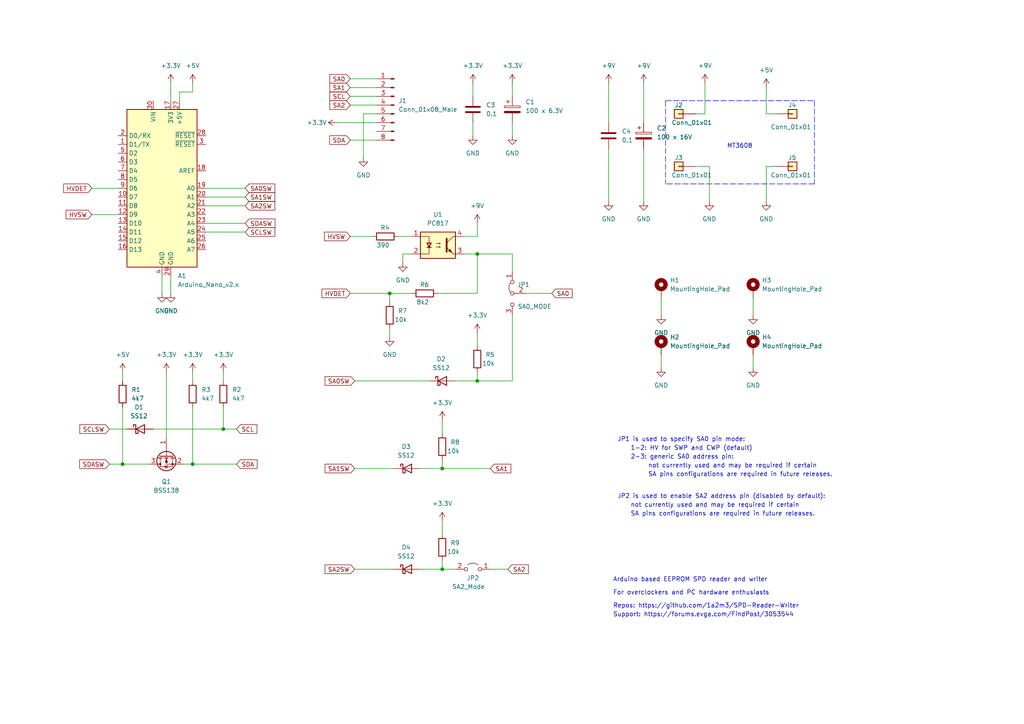
<source format=kicad_sch>
(kicad_sch (version 20211123) (generator eeschema)
  (paper "A4")
  (title_block (title "Arduino based EEPROM SPD reader and writer"))
  (lib_symbols
    (symbol "Conn_01x01_1" (pin_numbers hide) (pin_names (offset 1.016) hide)
      (property "Reference" "J" (at 0 2.54 0))
      (property "Value" "Conn_01x01_1" (at 0 -2.54 0))
      (symbol "Conn_01x01_1_1_1"
        (rectangle (start -1.27 0.127) (end 0 -0.127) (stroke (width 0.1524)))
        (rectangle (start -1.27 1.27) (end 1.27 -1.27) (stroke (width 0.254)) (fill (type background)))
        (pin passive line (at -5.08 0 0) (length 3.81) (name "Pin_1") (number "1"))
      )
    )
    (symbol "Conn_01x01_2" (pin_numbers hide) (pin_names (offset 1.016) hide)
      (property "Reference" "J" (at 0 2.54 0))
      (property "Value" "Conn_01x01_2" (at 0 -2.54 0))
      (symbol "Conn_01x01_2_1_1"
        (rectangle (start -1.27 0.127) (end 0 -0.127) (stroke (width 0.1524)))
        (rectangle (start -1.27 1.27) (end 1.27 -1.27) (stroke (width 0.254)) (fill (type background)))
        (pin passive line (at -5.08 0 0) (length 3.81) (name "Pin_1") (number "1"))
      )
    )
    (symbol "Conn_01x01_3" (pin_numbers hide) (pin_names (offset 1.016) hide)
      (property "Reference" "J" (at 0 2.54 0))
      (property "Value" "Conn_01x01_3" (at 0 -2.54 0))
      (symbol "Conn_01x01_3_1_1"
        (rectangle (start -1.27 0.127) (end 0 -0.127) (stroke (width 0.1524)))
        (rectangle (start -1.27 1.27) (end 1.27 -1.27) (stroke (width 0.254)) (fill (type background)))
        (pin passive line (at -5.08 0 0) (length 3.81) (name "Pin_1") (number "1"))
      )
    )
    (symbol "Connector:Conn_01x08_Male" (pin_names (offset 1.016) hide)
      (property "Reference" "J" (at 0 10.16 0))
      (property "Value" "Conn_01x08_Male" (at 0 -12.7 0))
      (symbol "Conn_01x08_Male_1_1"
        (polyline (pts (xy 1.27 -10.16) (xy 0.8636 -10.16)) (stroke (width 0.1524)))
        (polyline (pts (xy 1.27 -7.62) (xy 0.8636 -7.62)) (stroke (width 0.1524)))
        (polyline (pts (xy 1.27 -5.08) (xy 0.8636 -5.08)) (stroke (width 0.1524)))
        (polyline (pts (xy 1.27 -2.54) (xy 0.8636 -2.54)) (stroke (width 0.1524)))
        (polyline (pts (xy 1.27 0) (xy 0.8636 0)) (stroke (width 0.1524)))
        (polyline (pts (xy 1.27 2.54) (xy 0.8636 2.54)) (stroke (width 0.1524)))
        (polyline (pts (xy 1.27 5.08) (xy 0.8636 5.08)) (stroke (width 0.1524)))
        (polyline (pts (xy 1.27 7.62) (xy 0.8636 7.62)) (stroke (width 0.1524)))
        (rectangle (start 0.8636 -10.033) (end 0 -10.287) (stroke (width 0.1524)) (fill (type outline)))
        (rectangle (start 0.8636 -7.493) (end 0 -7.747) (stroke (width 0.1524)) (fill (type outline)))
        (rectangle (start 0.8636 -4.953) (end 0 -5.207) (stroke (width 0.1524)) (fill (type outline)))
        (rectangle (start 0.8636 -2.413) (end 0 -2.667) (stroke (width 0.1524)) (fill (type outline)))
        (rectangle (start 0.8636 0.127) (end 0 -0.127) (stroke (width 0.1524)) (fill (type outline)))
        (rectangle (start 0.8636 2.667) (end 0 2.413) (stroke (width 0.1524)) (fill (type outline)))
        (rectangle (start 0.8636 5.207) (end 0 4.953) (stroke (width 0.1524)) (fill (type outline)))
        (rectangle (start 0.8636 7.747) (end 0 7.493) (stroke (width 0.1524)) (fill (type outline)))
        (pin passive line (at 5.08 7.62 180) (length 3.81) (name "Pin_1") (number "1"))
        (pin passive line (at 5.08 5.08 180) (length 3.81) (name "Pin_2") (number "2"))
        (pin passive line (at 5.08 2.54 180) (length 3.81) (name "Pin_3") (number "3"))
        (pin passive line (at 5.08 0 180) (length 3.81) (name "Pin_4") (number "4"))
        (pin passive line (at 5.08 -2.54 180) (length 3.81) (name "Pin_5") (number "5"))
        (pin passive line (at 5.08 -5.08 180) (length 3.81) (name "Pin_6") (number "6"))
        (pin passive line (at 5.08 -7.62 180) (length 3.81) (name "Pin_7") (number "7"))
        (pin passive line (at 5.08 -10.16 180) (length 3.81) (name "Pin_8") (number "8"))
      )
    )
    (symbol "Connector_Generic:Conn_01x01" (pin_numbers hide) (pin_names (offset 1.016) hide)
      (property "Reference" "J" (at 0 2.54 0))
      (property "Value" "Conn_01x01" (at 0 -2.54 0))
      (symbol "Conn_01x01_1_1"
        (rectangle (start -1.27 0.127) (end 0 -0.127) (stroke (width 0.1524)))
        (rectangle (start -1.27 1.27) (end 1.27 -1.27) (stroke (width 0.254)) (fill (type background)))
        (pin passive line (at -5.08 0 0) (length 3.81) (name "Pin_1") (number "1"))
      )
    )
    (symbol "Device:C" (pin_numbers hide) (pin_names (offset 0.254))
      (property "Reference" "C" (at 0.635 2.54 0))
      (property "Value" "C" (at 0.635 -2.54 0))
      (symbol "C_0_1"
        (polyline (pts (xy -2.032 -0.762) (xy 2.032 -0.762)) (stroke (width 0.508)))
        (polyline (pts (xy -2.032 0.762) (xy 2.032 0.762)) (stroke (width 0.508)))
      )
      (symbol "C_1_1"
        (pin passive line (at 0 3.81 270) (length 2.794) (name "~") (number "1"))
        (pin passive line (at 0 -3.81 90) (length 2.794) (name "~") (number "2"))
      )
    )
    (symbol "Device:C_Polarized" (pin_numbers hide) (pin_names (offset 0.254))
      (property "Reference" "C" (at 0.635 2.54 0))
      (property "Value" "C_Polarized" (at 0.635 -2.54 0))
      (symbol "C_Polarized_0_1"
        (rectangle (start -2.286 0.508) (end 2.286 1.016))
        (polyline (pts (xy -1.778 2.286) (xy -0.762 2.286)))
        (polyline (pts (xy -1.27 2.794) (xy -1.27 1.778)))
        (rectangle (start 2.286 -0.508) (end -2.286 -1.016) (fill (type outline)))
      )
      (symbol "C_Polarized_1_1"
        (pin passive line (at 0 3.81 270) (length 2.794) (name "~") (number "1"))
        (pin passive line (at 0 -3.81 90) (length 2.794) (name "~") (number "2"))
      )
    )
    (symbol "Device:D_Schottky" (pin_numbers hide) (pin_names (offset 1.016) hide)
      (property "Reference" "D" (at 0 2.54 0))
      (property "Value" "D_Schottky" (at 0 -2.54 0))
      (symbol "D_Schottky_0_1"
        (polyline (pts (xy 1.27 0) (xy -1.27 0)))
        (polyline (pts (xy 1.27 1.27) (xy 1.27 -1.27) (xy -1.27 0) (xy 1.27 1.27)) (stroke (width 0.254)))
        (polyline (pts (xy -1.905 0.635) (xy -1.905 1.27) (xy -1.27 1.27) (xy -1.27 -1.27) (xy -0.635 -1.27) (xy -0.635 -0.635)) (stroke (width 0.254)))
      )
      (symbol "D_Schottky_1_1"
        (pin passive line (at -3.81 0 0) (length 2.54) (name "K") (number "1"))
        (pin passive line (at 3.81 0 180) (length 2.54) (name "A") (number "2"))
      )
    )
    (symbol "Device:R" (pin_numbers hide) (pin_names (offset 0))
      (property "Reference" "R" (at 2.032 0 90))
      (property "Value" "R" (at 0 0 90))
      (symbol "R_0_1"
        (rectangle (start -1.016 -2.54) (end 1.016 2.54) (stroke (width 0.254)))
      )
      (symbol "R_1_1"
        (pin passive line (at 0 3.81 270) (length 1.27) (name "~") (number "1"))
        (pin passive line (at 0 -3.81 90) (length 1.27) (name "~") (number "2"))
      )
    )
    (symbol "Isolator:PC817" (pin_names (offset 1.016))
      (property "Reference" "U" (at -5.08 5.08 0))
      (property "Value" "PC817" (at 0 5.08 0))
      (symbol "PC817_0_1"
        (rectangle (start -5.08 3.81) (end 5.08 -3.81) (stroke (width 0.254)) (fill (type background)))
        (polyline (pts (xy -3.175 -0.635) (xy -1.905 -0.635)) (stroke (width 0.254)))
        (polyline (pts (xy 2.54 0.635) (xy 4.445 2.54)))
        (polyline (pts (xy 4.445 -2.54) (xy 2.54 -0.635)) (fill (type outline)))
        (polyline (pts (xy 4.445 -2.54) (xy 5.08 -2.54)))
        (polyline (pts (xy 4.445 2.54) (xy 5.08 2.54)))
        (polyline (pts (xy -5.08 2.54) (xy -2.54 2.54) (xy -2.54 -0.635)))
        (polyline (pts (xy -2.54 -0.635) (xy -2.54 -2.54) (xy -5.08 -2.54)))
        (polyline (pts (xy 2.54 1.905) (xy 2.54 -1.905) (xy 2.54 -1.905)) (stroke (width 0.508)))
        (polyline (pts (xy -2.54 -0.635) (xy -3.175 0.635) (xy -1.905 0.635) (xy -2.54 -0.635)) (stroke (width 0.254)))
        (polyline (pts (xy -0.508 -0.508) (xy 0.762 -0.508) (xy 0.381 -0.635) (xy 0.381 -0.381) (xy 0.762 -0.508)))
        (polyline (pts (xy -0.508 0.508) (xy 0.762 0.508) (xy 0.381 0.381) (xy 0.381 0.635) (xy 0.762 0.508)))
        (polyline (pts (xy 3.048 -1.651) (xy 3.556 -1.143) (xy 4.064 -2.159) (xy 3.048 -1.651) (xy 3.048 -1.651)) (fill (type outline)))
      )
      (symbol "PC817_1_1"
        (pin passive line (at -7.62 2.54 0) (length 2.54) (name "~") (number "1"))
        (pin passive line (at -7.62 -2.54 0) (length 2.54) (name "~") (number "2"))
        (pin passive line (at 7.62 -2.54 180) (length 2.54) (name "~") (number "3"))
        (pin passive line (at 7.62 2.54 180) (length 2.54) (name "~") (number "4"))
      )
    )
    (symbol "Jumper:Jumper_2_Open" (pin_names (offset 0) hide)
      (property "Reference" "JP" (at 0 2.794 0))
      (property "Value" "Jumper_2_Open" (at 0 -2.286 0))
      (symbol "Jumper_2_Open_0_0"
        (circle (center -2.032 0) (radius 0.508))
        (circle (center 2.032 0) (radius 0.508))
      )
      (symbol "Jumper_2_Open_0_1"
        (arc (start 1.524 1.27) (mid 0 1.778) (end -1.524 1.27))
      )
      (symbol "Jumper_2_Open_1_1"
        (pin passive line (at -5.08 0 0) (length 2.54) (name "A") (number "1"))
        (pin passive line (at 5.08 0 180) (length 2.54) (name "B") (number "2"))
      )
    )
    (symbol "Jumper:Jumper_3_Bridged12" (pin_names (offset 0) hide)
      (property "Reference" "JP" (at -2.54 -2.54 0))
      (property "Value" "Jumper_3_Bridged12" (at 0 2.794 0))
      (symbol "Jumper_3_Bridged12_0_0"
        (circle (center -3.302 0) (radius 0.508))
        (circle (center 0 0) (radius 0.508))
        (circle (center 3.302 0) (radius 0.508))
      )
      (symbol "Jumper_3_Bridged12_0_1"
        (arc (start -0.254 0.508) (mid -1.651 0.9912) (end -3.048 0.508))
        (polyline (pts (xy 0 -1.27) (xy 0 -0.508)))
      )
      (symbol "Jumper_3_Bridged12_1_1"
        (pin passive line (at -6.35 0 0) (length 2.54) (name "A") (number "1"))
        (pin passive line (at 0 -3.81 90) (length 2.54) (name "C") (number "2"))
        (pin passive line (at 6.35 0 180) (length 2.54) (name "B") (number "3"))
      )
    )
    (symbol "MCU_Module:Arduino_Nano_v2.x"
      (property "Reference" "A" (at -10.16 23.495 0))
      (property "Value" "Arduino_Nano_v2.x" (at 5.08 -24.13 0))
      (symbol "Arduino_Nano_v2.x_0_1"
        (rectangle (start -10.16 22.86) (end 10.16 -22.86) (stroke (width 0.254)) (fill (type background)))
      )
      (symbol "Arduino_Nano_v2.x_1_1"
        (pin bidirectional line (at -12.7 12.7 0) (length 2.54) (name "D1/TX") (number "1"))
        (pin bidirectional line (at -12.7 -2.54 0) (length 2.54) (name "D7") (number "10"))
        (pin bidirectional line (at -12.7 -5.08 0) (length 2.54) (name "D8") (number "11"))
        (pin bidirectional line (at -12.7 -7.62 0) (length 2.54) (name "D9") (number "12"))
        (pin bidirectional line (at -12.7 -10.16 0) (length 2.54) (name "D10") (number "13"))
        (pin bidirectional line (at -12.7 -12.7 0) (length 2.54) (name "D11") (number "14"))
        (pin bidirectional line (at -12.7 -15.24 0) (length 2.54) (name "D12") (number "15"))
        (pin bidirectional line (at -12.7 -17.78 0) (length 2.54) (name "D13") (number "16"))
        (pin power_out line (at 2.54 25.4 270) (length 2.54) (name "3V3") (number "17"))
        (pin input line (at 12.7 5.08 180) (length 2.54) (name "AREF") (number "18"))
        (pin bidirectional line (at 12.7 0 180) (length 2.54) (name "A0") (number "19"))
        (pin bidirectional line (at -12.7 15.24 0) (length 2.54) (name "D0/RX") (number "2"))
        (pin bidirectional line (at 12.7 -2.54 180) (length 2.54) (name "A1") (number "20"))
        (pin bidirectional line (at 12.7 -5.08 180) (length 2.54) (name "A2") (number "21"))
        (pin bidirectional line (at 12.7 -7.62 180) (length 2.54) (name "A3") (number "22"))
        (pin bidirectional line (at 12.7 -10.16 180) (length 2.54) (name "A4") (number "23"))
        (pin bidirectional line (at 12.7 -12.7 180) (length 2.54) (name "A5") (number "24"))
        (pin bidirectional line (at 12.7 -15.24 180) (length 2.54) (name "A6") (number "25"))
        (pin bidirectional line (at 12.7 -17.78 180) (length 2.54) (name "A7") (number "26"))
        (pin power_out line (at 5.08 25.4 270) (length 2.54) (name "+5V") (number "27"))
        (pin input line (at 12.7 15.24 180) (length 2.54) (name "~{RESET}") (number "28"))
        (pin power_in line (at 2.54 -25.4 90) (length 2.54) (name "GND") (number "29"))
        (pin input line (at 12.7 12.7 180) (length 2.54) (name "~{RESET}") (number "3"))
        (pin power_in line (at -2.54 25.4 270) (length 2.54) (name "VIN") (number "30"))
        (pin power_in line (at 0 -25.4 90) (length 2.54) (name "GND") (number "4"))
        (pin bidirectional line (at -12.7 10.16 0) (length 2.54) (name "D2") (number "5"))
        (pin bidirectional line (at -12.7 7.62 0) (length 2.54) (name "D3") (number "6"))
        (pin bidirectional line (at -12.7 5.08 0) (length 2.54) (name "D4") (number "7"))
        (pin bidirectional line (at -12.7 2.54 0) (length 2.54) (name "D5") (number "8"))
        (pin bidirectional line (at -12.7 0 0) (length 2.54) (name "D6") (number "9"))
      )
    )
    (symbol "Mechanical:MountingHole_Pad" (pin_numbers hide) (pin_names (offset 1.016) hide)
      (property "Reference" "H" (at 0 6.35 0))
      (property "Value" "MountingHole_Pad" (at 0 4.445 0))
      (symbol "MountingHole_Pad_0_1"
        (circle (center 0 1.27) (radius 1.27) (stroke (width 1.27)))
      )
      (symbol "MountingHole_Pad_1_1"
        (pin input line (at 0 -2.54 90) (length 2.54) (name "1") (number "1"))
      )
    )
    (symbol "Transistor_FET:BSS138" (pin_names hide)
      (property "Reference" "Q" (at 5.08 1.905 0))
      (property "Value" "BSS138" (at 5.08 0 0))
      (symbol "BSS138_0_1"
        (polyline (pts (xy 0.254 0) (xy -2.54 0)))
        (polyline (pts (xy 0.254 1.905) (xy 0.254 -1.905)) (stroke (width 0.254)))
        (polyline (pts (xy 0.762 -1.27) (xy 0.762 -2.286)) (stroke (width 0.254)))
        (polyline (pts (xy 0.762 0.508) (xy 0.762 -0.508)) (stroke (width 0.254)))
        (polyline (pts (xy 0.762 2.286) (xy 0.762 1.27)) (stroke (width 0.254)))
        (polyline (pts (xy 2.54 2.54) (xy 2.54 1.778)))
        (polyline (pts (xy 2.54 -2.54) (xy 2.54 0) (xy 0.762 0)))
        (polyline (pts (xy 0.762 -1.778) (xy 3.302 -1.778) (xy 3.302 1.778) (xy 0.762 1.778)))
        (polyline (pts (xy 1.016 0) (xy 2.032 0.381) (xy 2.032 -0.381) (xy 1.016 0)) (fill (type outline)))
        (polyline (pts (xy 2.794 0.508) (xy 2.921 0.381) (xy 3.683 0.381) (xy 3.81 0.254)))
        (polyline (pts (xy 3.302 0.381) (xy 2.921 -0.254) (xy 3.683 -0.254) (xy 3.302 0.381)))
        (circle (center 1.651 0) (radius 2.794) (stroke (width 0.254)))
        (circle (center 2.54 -1.778) (radius 0.254) (fill (type outline)))
        (circle (center 2.54 1.778) (radius 0.254) (fill (type outline)))
      )
      (symbol "BSS138_1_1"
        (pin input line (at -5.08 0 0) (length 2.54) (name "G") (number "1"))
        (pin passive line (at 2.54 -5.08 90) (length 2.54) (name "S") (number "2"))
        (pin passive line (at 2.54 5.08 270) (length 2.54) (name "D") (number "3"))
      )
    )
    (symbol "power:+3.3V" (power) (pin_names (offset 0))
      (property "Value" "+3.3V" (at 0 3.556 0))
      (symbol "+3.3V_0_1"
        (polyline (pts (xy -0.762 1.27) (xy 0 2.54)))
        (polyline (pts (xy 0 0) (xy 0 2.54)))
        (polyline (pts (xy 0 2.54) (xy 0.762 1.27)))
      )
      (symbol "+3.3V_1_1"
        (pin power_in line (at 0 0 90) (length 0) hide (name "+3.3V") (number "1"))
      )
    )
    (symbol "power:+5V" (power) (pin_names (offset 0))
      (property "Value" "+5V" (at 0 3.556 0))
      (symbol "+5V_0_1"
        (polyline (pts (xy -0.762 1.27) (xy 0 2.54)))
        (polyline (pts (xy 0 0) (xy 0 2.54)))
        (polyline (pts (xy 0 2.54) (xy 0.762 1.27)))
      )
      (symbol "+5V_1_1"
        (pin power_in line (at 0 0 90) (length 0) hide (name "+5V") (number "1"))
      )
    )
    (symbol "power:+9V" (power) (pin_names (offset 0))
      (property "Value" "+9V" (at 0 3.556 0))
      (symbol "+9V_0_1"
        (polyline (pts (xy -0.762 1.27) (xy 0 2.54)))
        (polyline (pts (xy 0 0) (xy 0 2.54)))
        (polyline (pts (xy 0 2.54) (xy 0.762 1.27)))
      )
      (symbol "+9V_1_1"
        (pin power_in line (at 0 0 90) (length 0) hide (name "+9V") (number "1"))
      )
    )
    (symbol "power:GND" (power) (pin_names (offset 0))
      (property "Value" "GND" (at 0 -3.81 0))
      (symbol "GND_0_1"
        (polyline (pts (xy 0 0) (xy 0 -1.27) (xy 1.27 -1.27) (xy 0 -2.54) (xy -1.27 -1.27) (xy 0 -1.27)))
      )
      (symbol "GND_1_1"
        (pin power_in line (at 0 0 270) (length 0) hide (name "GND") (number "1"))
      )
    )
  )
  (junction (at 64.77 124.46))
  (junction (at 138.43 110.49))
  (junction (at 55.88 134.62))
  (junction (at 128.27 165.1))
  (junction (at 128.27 135.89))
  (junction (at 138.43 73.66))
  (junction (at 113.03 85.09))
  (junction (at 35.56 134.62))
  (wire (pts (xy 191.77 102.87) (xy 191.77 106.68)))
  (wire (pts (xy 59.69 67.31) (xy 71.12 67.31)))
  (wire (pts (xy 59.69 64.77) (xy 71.12 64.77)))
  (wire (pts (xy 52.07 26.67) (xy 52.07 29.21)))
  (wire (pts (xy 109.22 33.02) (xy 105.41 33.02)))
  (wire (pts (xy 128.27 135.89) (xy 128.27 133.35)))
  (wire (pts (xy 127 85.09) (xy 138.43 85.09)))
  (wire (pts (xy 113.03 85.09) (xy 101.6 85.09)))
  (wire (pts (xy 55.88 118.11) (xy 55.88 134.62)))
  (wire (pts (xy 142.24 165.1) (xy 147.32 165.1)))
  (wire (pts (xy 121.92 165.1) (xy 128.27 165.1)))
  (wire (pts (xy 128.27 151.13) (xy 128.27 154.94)))
  (wire (pts (xy 152.4 85.09) (xy 160.02 85.09)))
  (wire (pts (xy 101.6 25.4) (xy 109.22 25.4)))
  (wire (pts (xy 148.59 110.49) (xy 138.43 110.49)))
  (wire (pts (xy 176.53 43.18) (xy 176.53 58.42)))
  (wire (pts (xy 191.77 86.36) (xy 191.77 91.44)))
  (wire (pts (xy 44.45 124.46) (xy 64.77 124.46)))
  (wire (pts (xy 101.6 68.58) (xy 107.95 68.58)))
  (wire (pts (xy 132.08 110.49) (xy 138.43 110.49)))
  (wire (pts (xy 119.38 73.66) (xy 116.84 73.66)))
  (wire (pts (xy 148.59 24.13) (xy 148.59 27.94)))
  (wire (pts (xy 224.79 33.02) (xy 222.25 33.02)))
  (wire (pts (xy 101.6 40.64) (xy 109.22 40.64)))
  (wire (pts (xy 201.93 48.26) (xy 205.74 48.26)))
  (wire (pts (xy 138.43 110.49) (xy 138.43 107.95)))
  (wire (pts (xy 97.79 35.56) (xy 109.22 35.56)))
  (wire (pts (xy 102.87 110.49) (xy 124.46 110.49)))
  (wire (pts (xy 205.74 48.26) (xy 205.74 58.42)))
  (wire (pts (xy 222.25 48.26) (xy 222.25 58.42)))
  (wire (pts (xy 102.87 135.89) (xy 114.3 135.89)))
  (wire (pts (xy 26.67 62.23) (xy 34.29 62.23)))
  (wire (pts (xy 148.59 91.44) (xy 148.59 110.49)))
  (wire (pts (xy 204.47 33.02) (xy 204.47 24.13)))
  (wire (pts (xy 59.69 57.15) (xy 71.12 57.15)))
  (wire (pts (xy 31.75 124.46) (xy 36.83 124.46)))
  (wire (pts (xy 134.62 73.66) (xy 138.43 73.66)))
  (wire (pts (xy 102.87 165.1) (xy 114.3 165.1)))
  (polyline (pts (xy 236.22 29.21) (xy 236.22 53.34)))
  (wire (pts (xy 137.16 24.13) (xy 137.16 27.94)))
  (wire (pts (xy 201.93 33.02) (xy 204.47 33.02)))
  (polyline (pts (xy 193.04 29.21) (xy 193.04 53.34)))
  (wire (pts (xy 222.25 33.02) (xy 222.25 25.4)))
  (wire (pts (xy 55.88 134.62) (xy 68.58 134.62)))
  (wire (pts (xy 35.56 134.62) (xy 43.18 134.62)))
  (polyline (pts (xy 236.22 53.34) (xy 193.04 53.34)))
  (wire (pts (xy 101.6 27.94) (xy 109.22 27.94)))
  (wire (pts (xy 218.44 86.36) (xy 218.44 91.44)))
  (wire (pts (xy 128.27 165.1) (xy 128.27 162.56)))
  (wire (pts (xy 138.43 85.09) (xy 138.43 73.66)))
  (wire (pts (xy 128.27 121.92) (xy 128.27 125.73)))
  (wire (pts (xy 35.56 107.95) (xy 35.56 110.49)))
  (wire (pts (xy 113.03 85.09) (xy 113.03 87.63)))
  (wire (pts (xy 138.43 68.58) (xy 134.62 68.58)))
  (wire (pts (xy 224.79 48.26) (xy 222.25 48.26)))
  (wire (pts (xy 148.59 73.66) (xy 148.59 78.74)))
  (wire (pts (xy 35.56 118.11) (xy 35.56 134.62)))
  (wire (pts (xy 59.69 54.61) (xy 71.12 54.61)))
  (wire (pts (xy 49.53 80.01) (xy 49.53 85.09)))
  (wire (pts (xy 31.75 134.62) (xy 35.56 134.62)))
  (wire (pts (xy 64.77 118.11) (xy 64.77 124.46)))
  (wire (pts (xy 116.84 73.66) (xy 116.84 76.2)))
  (wire (pts (xy 186.69 24.13) (xy 186.69 35.56)))
  (wire (pts (xy 64.77 107.95) (xy 64.77 110.49)))
  (wire (pts (xy 49.53 24.13) (xy 49.53 29.21)))
  (wire (pts (xy 186.69 43.18) (xy 186.69 58.42)))
  (wire (pts (xy 48.26 107.95) (xy 48.26 127)))
  (wire (pts (xy 46.99 80.01) (xy 46.99 85.09)))
  (wire (pts (xy 128.27 165.1) (xy 132.08 165.1)))
  (wire (pts (xy 64.77 124.46) (xy 68.58 124.46)))
  (wire (pts (xy 105.41 33.02) (xy 105.41 45.72)))
  (wire (pts (xy 101.6 22.86) (xy 109.22 22.86)))
  (wire (pts (xy 128.27 135.89) (xy 142.24 135.89)))
  (wire (pts (xy 55.88 24.13) (xy 55.88 26.67)))
  (wire (pts (xy 59.69 59.69) (xy 71.12 59.69)))
  (wire (pts (xy 55.88 26.67) (xy 52.07 26.67)))
  (wire (pts (xy 53.34 134.62) (xy 55.88 134.62)))
  (wire (pts (xy 218.44 102.87) (xy 218.44 106.68)))
  (wire (pts (xy 137.16 35.56) (xy 137.16 39.37)))
  (wire (pts (xy 176.53 24.13) (xy 176.53 35.56)))
  (wire (pts (xy 138.43 73.66) (xy 148.59 73.66)))
  (wire (pts (xy 115.57 68.58) (xy 119.38 68.58)))
  (wire (pts (xy 148.59 35.56) (xy 148.59 39.37)))
  (polyline (pts (xy 193.04 29.21) (xy 236.22 29.21)))
  (wire (pts (xy 26.67 54.61) (xy 34.29 54.61)))
  (wire (pts (xy 138.43 96.52) (xy 138.43 100.33)))
  (wire (pts (xy 55.88 107.95) (xy 55.88 110.49)))
  (wire (pts (xy 121.92 135.89) (xy 128.27 135.89)))
  (wire (pts (xy 101.6 30.48) (xy 109.22 30.48)))
  (wire (pts (xy 138.43 64.77) (xy 138.43 68.58)))
  (wire (pts (xy 113.03 85.09) (xy 119.38 85.09)))
  (wire (pts (xy 113.03 95.25) (xy 113.03 97.79)))
  (text "JP2 is used to enable SA2 address pin (disabled by default):" (at 179.07 144.78 0) (effects (font (size 1.27 1.27)) (justify left bottom)))
  (text "MT3608" (at 210.82 43.18 0) (effects (font (size 1.27 1.27)) (justify left bottom)))
  (text "not currently used and may be required if certain" (at 182.88 147.32 0) (effects (font (size 1.27 1.27)) (justify left bottom)))
  (text "SA pins configurations are required in future releases." (at 182.88 149.86 0) (effects (font (size 1.27 1.27)) (justify left bottom)))
  (text "1-2: HV for SWP and CWP (default)" (at 182.88 130.81 0) (effects (font (size 1.27 1.27)) (justify left bottom)))
  (text "Arduino based EEPROM SPD reader and writer" (at 177.8 168.91 0) (effects (font (size 1.27 1.27)) (justify left bottom)))
  (text "SA pins configurations are required in future releases." (at 187.96 138.43 0) (effects (font (size 1.27 1.27)) (justify left bottom)))
  (text "not currently used and may be required if certain" (at 187.96 135.89 0) (effects (font (size 1.27 1.27)) (justify left bottom)))
  (text "2-3: generic SA0 address pin:" (at 182.88 133.35 0) (effects (font (size 1.27 1.27)) (justify left bottom)))
  (text "Repos: https://github.com/1a2m3/SPD-Reader-Writer" (at 177.8 176.53 0) (effects (font (size 1.27 1.27)) (justify left bottom)))
  (text "Support: https://forums.evga.com/FindPost/3053544" (at 177.8 179.07 0) (effects (font (size 1.27 1.27)) (justify left bottom)))
  (text "For overclockers and PC hardware enthusiasts" (at 177.8 172.72 0) (effects (font (size 1.27 1.27)) (justify left bottom)))
  (text "JP1 is used to specify SA0 pin mode:" (at 179.07 128.27 0) (effects (font (size 1.27 1.27)) (justify left bottom)))
  (global_label "SA0" (shape input) (at 160.02 85.09 0) (property "Обозначения листов" "${INTERSHEET_REFS}" (effects hide)))
  (global_label "SCLSW" (shape input) (at 71.12 67.31 0) (property "Обозначения листов" "${INTERSHEET_REFS}" (effects hide)))
  (global_label "SA0SW" (shape input) (at 102.87 110.49 180) (property "Обозначения листов" "${INTERSHEET_REFS}" (effects hide)))
  (global_label "SA2SW" (shape input) (at 71.12 59.69 0) (property "Обозначения листов" "${INTERSHEET_REFS}" (effects hide)))
  (global_label "HVSW" (shape input) (at 26.67 62.23 180) (property "Обозначения листов" "${INTERSHEET_REFS}" (effects hide)))
  (global_label "SDASW" (shape input) (at 71.12 64.77 0) (property "Обозначения листов" "${INTERSHEET_REFS}" (effects hide)))
  (global_label "SCLSW" (shape input) (at 31.75 124.46 180) (property "Обозначения листов" "${INTERSHEET_REFS}" (effects hide)))
  (global_label "SA2" (shape input) (at 101.6 30.48 180) (property "Обозначения листов" "${INTERSHEET_REFS}" (effects hide)))
  (global_label "SA0SW" (shape input) (at 71.12 54.61 0) (property "Обозначения листов" "${INTERSHEET_REFS}" (effects hide)))
  (global_label "SA0" (shape input) (at 101.6 22.86 180) (property "Обозначения листов" "${INTERSHEET_REFS}" (effects hide)))
  (global_label "SCL" (shape input) (at 101.6 27.94 180) (property "Обозначения листов" "${INTERSHEET_REFS}" (effects hide)))
  (global_label "SDA" (shape input) (at 68.58 134.62 0) (property "Обозначения листов" "${INTERSHEET_REFS}" (effects hide)))
  (global_label "SA2" (shape input) (at 147.32 165.1 0) (property "Обозначения листов" "${INTERSHEET_REFS}" (effects hide)))
  (global_label "SA1" (shape input) (at 142.24 135.89 0) (property "Обозначения листов" "${INTERSHEET_REFS}" (effects hide)))
  (global_label "HVDET" (shape input) (at 26.67 54.61 180) (property "Обозначения листов" "${INTERSHEET_REFS}" (effects hide)))
  (global_label "SA1" (shape input) (at 101.6 25.4 180) (property "Обозначения листов" "${INTERSHEET_REFS}" (effects hide)))
  (global_label "SCL" (shape input) (at 68.58 124.46 0) (property "Обозначения листов" "${INTERSHEET_REFS}" (effects hide)))
  (global_label "SA1SW" (shape input) (at 71.12 57.15 0) (property "Обозначения листов" "${INTERSHEET_REFS}" (effects hide)))
  (global_label "HVDET" (shape input) (at 101.6 85.09 180) (property "Обозначения листов" "${INTERSHEET_REFS}" (effects hide)))
  (global_label "SDA" (shape input) (at 101.6 40.64 180) (property "Обозначения листов" "${INTERSHEET_REFS}" (effects hide)))
  (global_label "HVSW" (shape input) (at 101.6 68.58 180) (property "Обозначения листов" "${INTERSHEET_REFS}" (effects hide)))
  (global_label "SA2SW" (shape input) (at 102.87 165.1 180) (property "Обозначения листов" "${INTERSHEET_REFS}" (effects hide)))
  (global_label "SA1SW" (shape input) (at 102.87 135.89 180) (property "Обозначения листов" "${INTERSHEET_REFS}" (effects hide)))
  (global_label "SDASW" (shape input) (at 31.75 134.62 180) (property "Обозначения листов" "${INTERSHEET_REFS}" (effects hide)))
  (symbol (lib_id "power:GND") (at 113.03 97.79 0) (unit 1)
    (property "Reference" "#PWR02" (effects hide))
    (property "Value" "GND" (at 113.03 102.87 0))
  )
  (symbol (lib_id "power:+5V") (at 55.88 24.13 0) (unit 1)
    (property "Reference" "#PWR0104" (effects hide))
    (property "Value" "+5V" (at 55.88 19.05 0))
  )
  (symbol (lib_id "power:GND") (at 105.41 45.72 0) (unit 1)
    (property "Reference" "#PWR0101" (effects hide))
    (property "Value" "GND" (at 105.41 50.8 0))
  )
  (symbol (lib_id "Device:R") (at 35.56 114.3 0) (unit 1)
    (property "Reference" "R1" (at 38.1 113.0299 0) (effects (justify left)))
    (property "Value" "4k7" (at 38.1 115.5699 0) (effects (justify left)))
    (property "Footprint" "Resistor_SMD:R_0805_2012Metric" (effects hide))
  )
  (symbol (lib_id "power:+3.3V") (at 48.26 107.95 0) (unit 1)
    (property "Reference" "#PWR0108" (effects hide))
    (property "Value" "+3.3V" (at 48.26 102.87 0))
  )
  (symbol (lib_id "power:GND") (at 116.84 76.2 0) (unit 1)
    (property "Reference" "#PWR03" (effects hide))
    (property "Value" "GND" (at 116.84 81.28 0))
  )
  (symbol (lib_id "power:+3.3V") (at 64.77 107.95 0) (unit 1)
    (property "Reference" "#PWR0107" (effects hide))
    (property "Value" "+3.3V" (at 64.77 102.87 0))
  )
  (symbol (lib_id "power:+9V") (at 138.43 64.77 0) (unit 1)
    (property "Reference" "#PWR04" (effects hide))
    (property "Value" "+9V" (at 138.43 59.69 0))
  )
  (symbol (lib_id "Mechanical:MountingHole_Pad") (at 218.44 100.33 0) (unit 1) (in_bom no)
    (property "Reference" "H4" (at 220.98 97.7899 0) (effects (justify left)))
    (property "Value" "MountingHole_Pad" (at 220.98 100.3299 0) (effects (justify left)))
    (property "Footprint" "MountingHole:MountingHole_3.2mm_M3_Pad" (effects hide))
  )
  (symbol (lib_id "MCU_Module:Arduino_Nano_v2.x") (at 46.99 54.61 0) (unit 1)
    (property "Reference" "A1" (at 51.5494 80.01 0) (effects (justify left)))
    (property "Value" "Arduino_Nano_v2.x" (at 51.5494 82.55 0) (effects (justify left)))
    (property "Footprint" "Module:Arduino_Nano" (effects hide))
    (property "Datasheet" "https://www.arduino.cc/en/uploads/Main/ArduinoNanoManual23.pdf" (effects hide))
  )
  (symbol (lib_name "Conn_01x01_1") (lib_id "Connector_Generic:Conn_01x01") (at 196.85 33.02 0) (mirror y) (unit 1) (in_bom no)
    (property "Reference" "J2" (at 196.85 30.48 0))
    (property "Value" "Conn_01x01" (at 200.66 35.56 0))
    (property "Footprint" "Connector_Pin:Pin_D1.0mm_L10.0mm_LooseFit" (effects hide))
  )
  (symbol (lib_id "Mechanical:MountingHole_Pad") (at 191.77 100.33 0) (unit 1) (in_bom no)
    (property "Reference" "H2" (at 194.31 97.7899 0) (effects (justify left)))
    (property "Value" "MountingHole_Pad" (at 194.31 100.3299 0) (effects (justify left)))
    (property "Footprint" "MountingHole:MountingHole_3.2mm_M3_Pad" (effects hide))
  )
  (symbol (lib_id "power:GND") (at 218.44 106.68 0) (unit 1)
    (property "Reference" "#PWR0122" (effects hide))
    (property "Value" "GND" (at 218.44 111.76 0))
  )
  (symbol (lib_id "Device:D_Schottky") (at 128.27 110.49 0) (unit 1)
    (property "Reference" "D2" (at 127.9525 104.14 0))
    (property "Value" "SS12" (at 127.9525 106.68 0))
    (property "Footprint" "Diode_SMD:D_SMA" (effects hide))
  )
  (symbol (lib_id "Device:D_Schottky") (at 40.64 124.46 0) (unit 1)
    (property "Reference" "D1" (at 40.3225 118.11 0))
    (property "Value" "SS12" (at 40.3225 120.65 0))
    (property "Footprint" "Diode_SMD:D_SMA" (effects hide))
  )
  (symbol (lib_id "power:+3.3V") (at 97.79 35.56 90) (unit 1)
    (property "Reference" "#PWR0106" (effects hide))
    (property "Value" "+3.3V" (at 88.9 35.56 90) (effects (justify right)))
  )
  (symbol (lib_id "Mechanical:MountingHole_Pad") (at 191.77 83.82 0) (unit 1) (in_bom no)
    (property "Reference" "H1" (at 194.31 81.2799 0) (effects (justify left)))
    (property "Value" "MountingHole_Pad" (at 194.31 83.8199 0) (effects (justify left)))
    (property "Footprint" "MountingHole:MountingHole_3.2mm_M3_Pad" (effects hide))
  )
  (symbol (lib_id "power:GND") (at 186.69 58.42 0) (unit 1)
    (property "Reference" "#PWR0119" (effects hide))
    (property "Value" "GND" (at 186.69 63.5 0))
  )
  (symbol (lib_id "Device:R") (at 113.03 91.44 180) (unit 1)
    (property "Reference" "R7" (at 118.11 90.17 0) (effects (justify left)))
    (property "Value" "10k" (at 118.11 92.71 0) (effects (justify left)))
    (property "Footprint" "Resistor_SMD:R_0805_2012Metric" (effects hide))
  )
  (symbol (lib_id "power:+3.3V") (at 128.27 121.92 0) (unit 1)
    (property "Reference" "#PWR0102" (effects hide))
    (property "Value" "+3.3V" (at 128.27 116.84 0))
  )
  (symbol (lib_id "Device:R") (at 138.43 104.14 180) (unit 1)
    (property "Reference" "R5" (at 143.51 102.87 0) (effects (justify left)))
    (property "Value" "10k" (at 143.51 105.41 0) (effects (justify left)))
    (property "Footprint" "Resistor_SMD:R_1206_3216Metric" (effects hide))
  )
  (symbol (lib_id "Device:R") (at 128.27 158.75 180) (unit 1)
    (property "Reference" "R9" (at 133.35 157.48 0) (effects (justify left)))
    (property "Value" "10k" (at 133.35 160.02 0) (effects (justify left)))
    (property "Footprint" "Resistor_SMD:R_0805_2012Metric" (effects hide))
  )
  (symbol (lib_id "power:+9V") (at 186.69 24.13 0) (unit 1)
    (property "Reference" "#PWR0118" (effects hide))
    (property "Value" "+9V" (at 186.69 19.05 0))
  )
  (symbol (lib_name "Conn_01x01_2") (lib_id "Connector_Generic:Conn_01x01") (at 229.87 33.02 0) (unit 1) (in_bom no)
    (property "Reference" "J4" (at 228.6 30.48 0) (effects (justify left)))
    (property "Value" "Conn_01x01" (at 223.52 36.83 0) (effects (justify left)))
    (property "Footprint" "Connector_Pin:Pin_D1.0mm_L10.0mm_LooseFit" (effects hide))
  )
  (symbol (lib_id "Device:C_Polarized") (at 148.59 31.75 0) (unit 1)
    (property "Reference" "C1" (at 152.4 29.5909 0) (effects (justify left)))
    (property "Value" "100 x 6.3V" (at 152.4 32.1309 0) (effects (justify left)))
    (property "Footprint" "Capacitor_THT:CP_Radial_D5.0mm_P2.00mm" (effects hide))
  )
  (symbol (lib_id "Isolator:PC817") (at 127 71.12 0) (unit 1)
    (property "Reference" "U1" (at 127 62.23 0))
    (property "Value" "PC817" (at 127 64.77 0))
    (property "Footprint" "Package_DIP:DIP-4_W7.62mm" (effects hide))
    (property "Datasheet" "http://www.soselectronic.cz/a_info/resource/d/pc817.pdf" (effects hide))
  )
  (symbol (lib_id "Device:R") (at 123.19 85.09 90) (unit 1)
    (property "Reference" "R6" (at 124.46 82.55 90) (effects (justify left)))
    (property "Value" "8k2" (at 124.46 87.63 90) (effects (justify left)))
    (property "Footprint" "Resistor_SMD:R_0805_2012Metric" (effects hide))
  )
  (symbol (lib_id "power:GND") (at 46.99 85.09 0) (unit 1)
    (property "Reference" "#PWR0105" (effects hide))
    (property "Value" "GND" (at 46.99 90.17 0))
  )
  (symbol (lib_id "Device:R") (at 64.77 114.3 0) (unit 1)
    (property "Reference" "R2" (at 67.31 113.0299 0) (effects (justify left)))
    (property "Value" "4k7" (at 67.31 115.5699 0) (effects (justify left)))
    (property "Footprint" "Resistor_SMD:R_0805_2012Metric" (effects hide))
  )
  (symbol (lib_id "Transistor_FET:BSS138") (at 48.26 132.08 90) (mirror x) (unit 1)
    (property "Reference" "Q1" (at 48.26 139.7 90))
    (property "Value" "BSS138" (at 48.26 142.24 90))
    (property "Footprint" "Package_TO_SOT_SMD:SOT-23" (effects hide))
    (property "Datasheet" "https://www.onsemi.com/pub/Collateral/BSS138-D.PDF" (effects hide))
  )
  (symbol (lib_id "Device:R") (at 55.88 114.3 0) (unit 1)
    (property "Reference" "R3" (at 58.42 113.0299 0) (effects (justify left)))
    (property "Value" "4k7" (at 58.42 115.5699 0) (effects (justify left)))
    (property "Footprint" "Resistor_SMD:R_0805_2012Metric" (effects hide))
  )
  (symbol (lib_id "Jumper:Jumper_3_Bridged12") (at 148.59 85.09 90) (mirror x) (unit 1)
    (property "Reference" "JP1" (at 153.67 82.55 90) (effects (justify left)))
    (property "Value" "SA0_MODE" (at 160.02 88.9 90) (effects (justify left)))
    (property "Footprint" "Connector_PinHeader_2.54mm:PinHeader_1x03_P2.54mm_Vertical" (effects hide))
  )
  (symbol (lib_id "power:+9V") (at 204.47 24.13 0) (unit 1)
    (property "Reference" "#PWR0112" (effects hide))
    (property "Value" "+9V" (at 204.47 19.05 0))
  )
  (symbol (lib_id "power:GND") (at 49.53 85.09 0) (unit 1)
    (property "Reference" "#PWR0114" (effects hide))
    (property "Value" "GND" (at 49.53 90.17 0))
  )
  (symbol (lib_id "power:+3.3V") (at 148.59 24.13 0) (unit 1)
    (property "Reference" "#PWR0111" (effects hide))
    (property "Value" "+3.3V" (at 148.59 19.05 0))
  )
  (symbol (lib_id "Device:R") (at 128.27 129.54 180) (unit 1)
    (property "Reference" "R8" (at 133.35 128.27 0) (effects (justify left)))
    (property "Value" "10k" (at 133.35 130.81 0) (effects (justify left)))
    (property "Footprint" "Resistor_SMD:R_0805_2012Metric" (effects hide))
  )
  (symbol (lib_id "Connector:Conn_01x08_Male") (at 114.3 30.48 0) (mirror y) (unit 1)
    (property "Reference" "J1" (at 115.57 29.2099 0) (effects (justify right)))
    (property "Value" "Conn_01x08_Male" (at 115.57 31.7499 0) (effects (justify right)))
    (property "Footprint" "Connector_PinHeader_2.54mm:PinHeader_1x08_P2.54mm_Vertical" (effects hide))
  )
  (symbol (lib_id "Device:C") (at 137.16 31.75 0) (unit 1)
    (property "Reference" "C3" (at 140.97 30.48 0) (effects (justify left)))
    (property "Value" "0.1" (at 140.97 33.0199 0) (effects (justify left)))
    (property "Footprint" "Capacitor_SMD:C_0805_2012Metric" (effects hide))
  )
  (symbol (lib_id "Device:R") (at 111.76 68.58 90) (unit 1)
    (property "Reference" "R4" (at 113.03 66.04 90) (effects (justify left)))
    (property "Value" "390" (at 113.03 71.12 90) (effects (justify left)))
    (property "Footprint" "Resistor_SMD:R_0805_2012Metric" (effects hide))
  )
  (symbol (lib_id "power:+9V") (at 176.53 24.13 0) (unit 1)
    (property "Reference" "#PWR0121" (effects hide))
    (property "Value" "+9V" (at 176.53 19.05 0))
  )
  (symbol (lib_id "power:GND") (at 148.59 39.37 0) (unit 1)
    (property "Reference" "#PWR0110" (effects hide))
    (property "Value" "GND" (at 148.59 44.45 0))
  )
  (symbol (lib_id "power:+3.3V") (at 55.88 107.95 0) (unit 1)
    (property "Reference" "#PWR0109" (effects hide))
    (property "Value" "+3.3V" (at 55.88 102.87 0))
  )
  (symbol (lib_id "power:+3.3V") (at 49.53 24.13 0) (unit 1)
    (property "Reference" "#PWR0103" (effects hide))
    (property "Value" "+3.3V" (at 49.53 19.05 0))
  )
  (symbol (lib_id "Device:C_Polarized") (at 186.69 39.37 0) (unit 1)
    (property "Reference" "C2" (at 190.5 37.2109 0) (effects (justify left)))
    (property "Value" "100 x 16V" (at 190.5 39.7509 0) (effects (justify left)))
    (property "Footprint" "Capacitor_THT:CP_Radial_D5.0mm_P2.00mm" (effects hide))
  )
  (symbol (lib_id "power:+5V") (at 35.56 107.95 0) (unit 1)
    (property "Reference" "#PWR01" (effects hide))
    (property "Value" "+5V" (at 35.56 102.87 0))
  )
  (symbol (lib_id "power:GND") (at 191.77 91.44 0) (unit 1)
    (property "Reference" "#PWR0124" (effects hide))
    (property "Value" "GND" (at 191.77 96.52 0))
  )
  (symbol (lib_id "power:GND") (at 191.77 106.68 0) (unit 1)
    (property "Reference" "#PWR0123" (effects hide))
    (property "Value" "GND" (at 191.77 111.76 0))
  )
  (symbol (lib_id "power:GND") (at 176.53 58.42 0) (unit 1)
    (property "Reference" "#PWR0120" (effects hide))
    (property "Value" "GND" (at 176.53 63.5 0))
  )
  (symbol (lib_id "power:GND") (at 137.16 39.37 0) (unit 1)
    (property "Reference" "#PWR07" (effects hide))
    (property "Value" "GND" (at 137.16 44.45 0))
  )
  (symbol (lib_id "power:+3.3V") (at 138.43 96.52 0) (unit 1)
    (property "Reference" "#PWR05" (effects hide))
    (property "Value" "+3.3V" (at 138.43 91.44 0))
  )
  (symbol (lib_id "Device:D_Schottky") (at 118.11 165.1 0) (unit 1)
    (property "Reference" "D4" (at 117.7925 158.75 0))
    (property "Value" "SS12" (at 117.7925 161.29 0))
    (property "Footprint" "Diode_SMD:D_SMA" (effects hide))
  )
  (symbol (lib_id "Device:C") (at 176.53 39.37 0) (unit 1)
    (property "Reference" "C4" (at 180.34 38.1 0) (effects (justify left)))
    (property "Value" "0.1" (at 180.34 40.6399 0) (effects (justify left)))
    (property "Footprint" "Capacitor_SMD:C_0805_2012Metric" (effects hide))
  )
  (symbol (lib_id "power:+3.3V") (at 137.16 24.13 0) (unit 1)
    (property "Reference" "#PWR06" (effects hide))
    (property "Value" "+3.3V" (at 137.16 19.05 0))
  )
  (symbol (lib_id "power:GND") (at 218.44 91.44 0) (unit 1)
    (property "Reference" "#PWR0125" (effects hide))
    (property "Value" "GND" (at 218.44 96.52 0))
  )
  (symbol (lib_id "Jumper:Jumper_2_Open") (at 137.16 165.1 0) (mirror y) (unit 1)
    (property "Reference" "JP2" (at 137.16 167.64 0))
    (property "Value" "SA2_Mode" (at 135.89 170.18 0))
    (property "Footprint" "Connector_PinHeader_2.54mm:PinHeader_1x02_P2.54mm_Vertical" (effects hide))
  )
  (symbol (lib_id "Connector_Generic:Conn_01x01") (at 196.85 48.26 0) (mirror y) (unit 1) (in_bom no)
    (property "Reference" "J3" (at 196.85 45.72 0))
    (property "Value" "Conn_01x01" (at 200.66 50.8 0))
    (property "Footprint" "Connector_Pin:Pin_D1.0mm_L10.0mm_LooseFit" (effects hide))
  )
  (symbol (lib_id "power:GND") (at 205.74 58.42 0) (unit 1)
    (property "Reference" "#PWR0115" (effects hide))
    (property "Value" "GND" (at 205.74 63.5 0))
  )
  (symbol (lib_id "Device:D_Schottky") (at 118.11 135.89 0) (unit 1)
    (property "Reference" "D3" (at 117.7925 129.54 0))
    (property "Value" "SS12" (at 117.7925 132.08 0))
    (property "Footprint" "Diode_SMD:D_SMA" (effects hide))
  )
  (symbol (lib_id "power:+3.3V") (at 128.27 151.13 0) (unit 1)
    (property "Reference" "#PWR0113" (effects hide))
    (property "Value" "+3.3V" (at 128.27 146.05 0))
  )
  (symbol (lib_id "Mechanical:MountingHole_Pad") (at 218.44 83.82 0) (unit 1) (in_bom no)
    (property "Reference" "H3" (at 220.98 81.2799 0) (effects (justify left)))
    (property "Value" "MountingHole_Pad" (at 220.98 83.8199 0) (effects (justify left)))
    (property "Footprint" "MountingHole:MountingHole_3.2mm_M3_Pad" (effects hide))
  )
  (symbol (lib_id "power:+5V") (at 222.25 25.4 0) (unit 1)
    (property "Reference" "#PWR0117" (effects hide))
    (property "Value" "+5V" (at 222.25 20.32 0))
  )
  (symbol (lib_name "Conn_01x01_3") (lib_id "Connector_Generic:Conn_01x01") (at 229.87 48.26 0) (unit 1) (in_bom no)
    (property "Reference" "J5" (at 228.6 45.72 0) (effects (justify left)))
    (property "Value" "Conn_01x01" (at 223.52 50.8 0) (effects (justify left)))
    (property "Footprint" "Connector_Pin:Pin_D1.0mm_L10.0mm_LooseFit" (effects hide))
  )
  (symbol (lib_id "power:GND") (at 222.25 58.42 0) (unit 1)
    (property "Reference" "#PWR0116" (effects hide))
    (property "Value" "GND" (at 222.25 63.5 0))
  )
)
</source>
